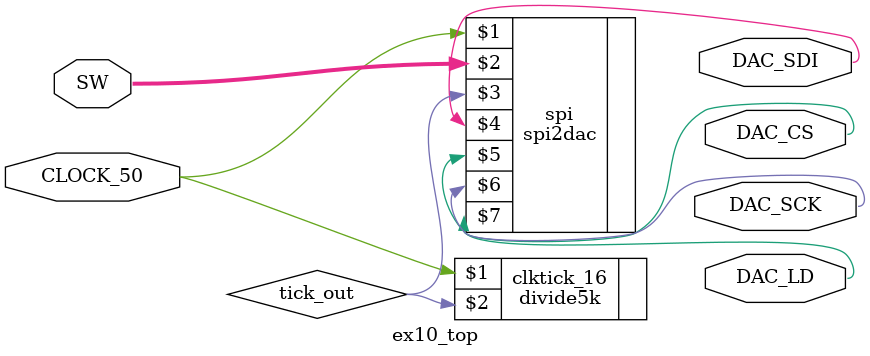
<source format=v>
module ex10_top(SW, CLOCK_50, DAC_CS, DAC_SDI, DAC_LD, DAC_SCK);
	input [9:0] SW;
	input CLOCK_50;
	output DAC_CS, DAC_SDI, DAC_LD, DAC_SCK;
	
	wire tick_out;

	divide5k clktick_16(CLOCK_50, tick_out);
	spi2dac spi(CLOCK_50, SW, tick_out, DAC_SDI, DAC_CS , DAC_SCK, DAC_LD);
	
endmodule
</source>
